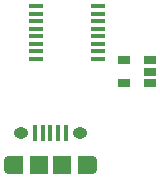
<source format=gbr>
%TF.GenerationSoftware,KiCad,Pcbnew,(5.1.9)-1*%
%TF.CreationDate,2021-03-08T10:45:14+00:00*%
%TF.ProjectId,gps_tracker_basic,6770735f-7472-4616-936b-65725f626173,1.0*%
%TF.SameCoordinates,Original*%
%TF.FileFunction,Paste,Bot*%
%TF.FilePolarity,Positive*%
%FSLAX46Y46*%
G04 Gerber Fmt 4.6, Leading zero omitted, Abs format (unit mm)*
G04 Created by KiCad (PCBNEW (5.1.9)-1) date 2021-03-08 10:45:14*
%MOMM*%
%LPD*%
G01*
G04 APERTURE LIST*
%ADD10O,1.250000X0.950000*%
%ADD11R,1.200000X1.550000*%
%ADD12O,0.890000X1.550000*%
%ADD13R,1.500000X1.550000*%
%ADD14R,0.400000X1.350000*%
%ADD15R,1.200000X0.400000*%
%ADD16R,1.060000X0.650000*%
G04 APERTURE END LIST*
D10*
%TO.C,J2*%
X138343000Y-119100000D03*
X143343000Y-119100000D03*
D11*
X137943000Y-121800000D03*
X143743000Y-121800000D03*
D12*
X137343000Y-121800000D03*
D13*
X139843000Y-121800000D03*
X141843000Y-121800000D03*
D12*
X144343000Y-121800000D03*
D14*
X139543000Y-119100000D03*
X140193000Y-119100000D03*
X140843000Y-119100000D03*
X141493000Y-119100000D03*
X142143000Y-119100000D03*
%TD*%
D15*
%TO.C,U3*%
X139640000Y-108394500D03*
X139640000Y-109029500D03*
X139640000Y-109664500D03*
X139640000Y-110299500D03*
X139640000Y-110934500D03*
X139640000Y-111569500D03*
X139640000Y-112204500D03*
X139640000Y-112839500D03*
X144840000Y-112839500D03*
X144840000Y-112204500D03*
X144840000Y-111569500D03*
X144840000Y-110934500D03*
X144840000Y-110299500D03*
X144840000Y-109664500D03*
X144840000Y-109029500D03*
X144840000Y-108394500D03*
%TD*%
D16*
%TO.C,U7*%
X147109000Y-112969000D03*
X147109000Y-114869000D03*
X149309000Y-114869000D03*
X149309000Y-113919000D03*
X149309000Y-112969000D03*
%TD*%
M02*

</source>
